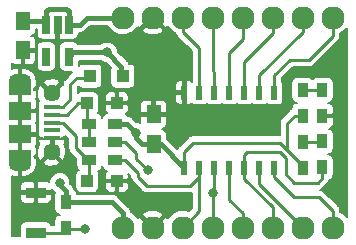
<source format=gtl>
G04 #@! TF.GenerationSoftware,KiCad,Pcbnew,(5.0.0)*
G04 #@! TF.CreationDate,2018-08-19T14:30:57-03:00*
G04 #@! TF.ProjectId,franzininho-tiny841,6672616E7A696E696E686F2D74696E79,rev?*
G04 #@! TF.SameCoordinates,Original*
G04 #@! TF.FileFunction,Copper,L1,Top,Signal*
G04 #@! TF.FilePolarity,Positive*
%FSLAX46Y46*%
G04 Gerber Fmt 4.6, Leading zero omitted, Abs format (unit mm)*
G04 Created by KiCad (PCBNEW (5.0.0)) date 08/19/18 14:30:57*
%MOMM*%
%LPD*%
G01*
G04 APERTURE LIST*
G04 #@! TA.AperFunction,SMDPad,CuDef*
%ADD10R,1.250000X1.500000*%
G04 #@! TD*
G04 #@! TA.AperFunction,SMDPad,CuDef*
%ADD11R,1.000000X1.000000*%
G04 #@! TD*
G04 #@! TA.AperFunction,SMDPad,CuDef*
%ADD12R,1.100000X1.100000*%
G04 #@! TD*
G04 #@! TA.AperFunction,SMDPad,CuDef*
%ADD13R,1.200000X0.900000*%
G04 #@! TD*
G04 #@! TA.AperFunction,SMDPad,CuDef*
%ADD14R,0.900000X1.200000*%
G04 #@! TD*
G04 #@! TA.AperFunction,SMDPad,CuDef*
%ADD15R,0.650000X1.560000*%
G04 #@! TD*
G04 #@! TA.AperFunction,SMDPad,CuDef*
%ADD16R,0.508000X1.143000*%
G04 #@! TD*
G04 #@! TA.AperFunction,SMDPad,CuDef*
%ADD17R,1.900000X1.500000*%
G04 #@! TD*
G04 #@! TA.AperFunction,ComponentPad*
%ADD18C,1.450000*%
G04 #@! TD*
G04 #@! TA.AperFunction,SMDPad,CuDef*
%ADD19R,1.350000X0.400000*%
G04 #@! TD*
G04 #@! TA.AperFunction,ComponentPad*
%ADD20O,1.900000X1.200000*%
G04 #@! TD*
G04 #@! TA.AperFunction,SMDPad,CuDef*
%ADD21R,1.900000X1.200000*%
G04 #@! TD*
G04 #@! TA.AperFunction,SMDPad,CuDef*
%ADD22R,1.700000X0.900000*%
G04 #@! TD*
G04 #@! TA.AperFunction,ComponentPad*
%ADD23C,1.960000*%
G04 #@! TD*
G04 #@! TA.AperFunction,ViaPad*
%ADD24C,0.800000*%
G04 #@! TD*
G04 #@! TA.AperFunction,Conductor*
%ADD25C,0.381000*%
G04 #@! TD*
G04 #@! TA.AperFunction,Conductor*
%ADD26C,0.254000*%
G04 #@! TD*
G04 #@! TA.AperFunction,Conductor*
%ADD27C,0.200000*%
G04 #@! TD*
G04 APERTURE END LIST*
D10*
G04 #@! TO.P,C1,2*
G04 #@! TO.N,GNDREF*
X182054500Y-106914000D03*
G04 #@! TO.P,C1,1*
G04 #@! TO.N,+BATT*
X182054500Y-104414000D03*
G04 #@! TD*
G04 #@! TO.P,C2,1*
G04 #@! TO.N,+5V*
X193103500Y-114831500D03*
G04 #@! TO.P,C2,2*
G04 #@! TO.N,GNDREF*
X193103500Y-112331500D03*
G04 #@! TD*
D11*
G04 #@! TO.P,D1,2*
G04 #@! TO.N,GNDREF*
X189992000Y-117983000D03*
G04 #@! TO.P,D1,1*
G04 #@! TO.N,Net-(D1-Pad1)*
X187492000Y-117983000D03*
G04 #@! TD*
G04 #@! TO.P,D2,1*
G04 #@! TO.N,Net-(D2-Pad1)*
X187492000Y-111379000D03*
G04 #@! TO.P,D2,2*
G04 #@! TO.N,GNDREF*
X189992000Y-111379000D03*
G04 #@! TD*
D12*
G04 #@! TO.P,D3,2*
G04 #@! TO.N,VBUS*
X187706000Y-109093000D03*
G04 #@! TO.P,D3,1*
G04 #@! TO.N,+5V*
X190506000Y-109093000D03*
G04 #@! TD*
D13*
G04 #@! TO.P,R1,1*
G04 #@! TO.N,Net-(D2-Pad1)*
X187665000Y-113157000D03*
G04 #@! TO.P,R1,2*
G04 #@! TO.N,+5V*
X189865000Y-113157000D03*
G04 #@! TD*
G04 #@! TO.P,R2,1*
G04 #@! TO.N,PB0*
X189865000Y-116205000D03*
G04 #@! TO.P,R2,2*
G04 #@! TO.N,Net-(D1-Pad1)*
X187665000Y-116205000D03*
G04 #@! TD*
G04 #@! TO.P,R3,2*
G04 #@! TO.N,Net-(D2-Pad1)*
X187665000Y-114681000D03*
G04 #@! TO.P,R3,1*
G04 #@! TO.N,PB1*
X189865000Y-114681000D03*
G04 #@! TD*
D14*
G04 #@! TO.P,R4,2*
G04 #@! TO.N,+5V*
X205740000Y-112458500D03*
G04 #@! TO.P,R4,1*
G04 #@! TO.N,Net-(D4-Pad2)*
X205740000Y-110258500D03*
G04 #@! TD*
G04 #@! TO.P,R5,2*
G04 #@! TO.N,+5V*
X205740000Y-116860500D03*
G04 #@! TO.P,R5,1*
G04 #@! TO.N,Net-(D5-Pad2)*
X205740000Y-114660500D03*
G04 #@! TD*
G04 #@! TO.P,R6,2*
G04 #@! TO.N,PB3*
X185674000Y-121920000D03*
G04 #@! TO.P,R6,1*
G04 #@! TO.N,+5V*
X185674000Y-119720000D03*
G04 #@! TD*
D15*
G04 #@! TO.P,U1,5*
G04 #@! TO.N,+5V*
X185928000Y-107442000D03*
G04 #@! TO.P,U1,4*
G04 #@! TO.N,Net-(U1-Pad4)*
X184028000Y-107442000D03*
G04 #@! TO.P,U1,3*
G04 #@! TO.N,+BATT*
X184028000Y-104742000D03*
G04 #@! TO.P,U1,2*
G04 #@! TO.N,GNDREF*
X184978000Y-104742000D03*
G04 #@! TO.P,U1,1*
G04 #@! TO.N,+BATT*
X185928000Y-104742000D03*
G04 #@! TD*
D16*
G04 #@! TO.P,U2,10*
G04 #@! TO.N,PA3*
X200787000Y-110490000D03*
G04 #@! TO.P,U2,14*
G04 #@! TO.N,GNDREF*
X195707000Y-110490000D03*
G04 #@! TO.P,U2,13*
G04 #@! TO.N,PA0*
X196977000Y-110490000D03*
G04 #@! TO.P,U2,12*
G04 #@! TO.N,PA1*
X198247000Y-110490000D03*
G04 #@! TO.P,U2,11*
G04 #@! TO.N,PA2*
X199517000Y-110490000D03*
G04 #@! TO.P,U2,9*
G04 #@! TO.N,PA4*
X202057000Y-110490000D03*
G04 #@! TO.P,U2,8*
G04 #@! TO.N,PA5*
X203327000Y-110490000D03*
G04 #@! TO.P,U2,7*
G04 #@! TO.N,PA6*
X203327000Y-116840000D03*
G04 #@! TO.P,U2,6*
G04 #@! TO.N,PA7*
X202057000Y-116840000D03*
G04 #@! TO.P,U2,5*
G04 #@! TO.N,PB2*
X200787000Y-116840000D03*
G04 #@! TO.P,U2,4*
G04 #@! TO.N,PB3*
X199517000Y-116840000D03*
G04 #@! TO.P,U2,3*
G04 #@! TO.N,PB1*
X198247000Y-116840000D03*
G04 #@! TO.P,U2,2*
G04 #@! TO.N,PB0*
X196977000Y-116840000D03*
G04 #@! TO.P,U2,1*
G04 #@! TO.N,+5V*
X195707000Y-116840000D03*
G04 #@! TD*
D17*
G04 #@! TO.P,J1,6*
G04 #@! TO.N,GNDREF*
X181769500Y-114030000D03*
D18*
X184469500Y-110530000D03*
D19*
G04 #@! TO.P,J1,2*
G04 #@! TO.N,Net-(D2-Pad1)*
X184469500Y-112380000D03*
G04 #@! TO.P,J1,1*
G04 #@! TO.N,VBUS*
X184469500Y-111730000D03*
G04 #@! TO.P,J1,5*
G04 #@! TO.N,GNDREF*
X184469500Y-114330000D03*
G04 #@! TO.P,J1,4*
G04 #@! TO.N,Net-(J1-Pad4)*
X184469500Y-113680000D03*
G04 #@! TO.P,J1,3*
G04 #@! TO.N,Net-(D1-Pad1)*
X184469500Y-113030000D03*
D18*
G04 #@! TO.P,J1,6*
G04 #@! TO.N,GNDREF*
X184469500Y-115530000D03*
D17*
X181769500Y-112030000D03*
D20*
X181769500Y-109530000D03*
X181769500Y-116530000D03*
D21*
X181769500Y-115930000D03*
X181769500Y-110130000D03*
G04 #@! TD*
D22*
G04 #@! TO.P,SW1,1*
G04 #@! TO.N,GNDREF*
X183134000Y-118950000D03*
G04 #@! TO.P,SW1,2*
G04 #@! TO.N,PB3*
X183134000Y-122350000D03*
G04 #@! TD*
D14*
G04 #@! TO.P,D4,1*
G04 #@! TO.N,GNDREF*
X207391000Y-112458500D03*
G04 #@! TO.P,D4,2*
G04 #@! TO.N,Net-(D4-Pad2)*
X207391000Y-110258500D03*
G04 #@! TD*
G04 #@! TO.P,D5,2*
G04 #@! TO.N,Net-(D5-Pad2)*
X207391000Y-114617500D03*
G04 #@! TO.P,D5,1*
G04 #@! TO.N,PB2*
X207391000Y-116817500D03*
G04 #@! TD*
D23*
G04 #@! TO.P,J2,8*
G04 #@! TO.N,PA5*
X208280000Y-104140000D03*
G04 #@! TO.P,J2,7*
G04 #@! TO.N,PA4*
X205740000Y-104140000D03*
G04 #@! TO.P,J2,6*
G04 #@! TO.N,PA3*
X203200000Y-104140000D03*
G04 #@! TO.P,J2,5*
G04 #@! TO.N,PA2*
X200660000Y-104140000D03*
G04 #@! TO.P,J2,4*
G04 #@! TO.N,PA1*
X198120000Y-104140000D03*
G04 #@! TO.P,J2,3*
G04 #@! TO.N,PA0*
X195580000Y-104140000D03*
G04 #@! TO.P,J2,2*
G04 #@! TO.N,GNDREF*
X193040000Y-104140000D03*
G04 #@! TO.P,J2,1*
G04 #@! TO.N,+BATT*
X190500000Y-104140000D03*
G04 #@! TD*
G04 #@! TO.P,J3,1*
G04 #@! TO.N,+5V*
X190500000Y-121920000D03*
G04 #@! TO.P,J3,2*
G04 #@! TO.N,GNDREF*
X193040000Y-121920000D03*
G04 #@! TO.P,J3,3*
G04 #@! TO.N,PB0*
X195580000Y-121920000D03*
G04 #@! TO.P,J3,4*
G04 #@! TO.N,PB1*
X198120000Y-121920000D03*
G04 #@! TO.P,J3,5*
G04 #@! TO.N,PB3*
X200660000Y-121920000D03*
G04 #@! TO.P,J3,6*
G04 #@! TO.N,PB2*
X203200000Y-121920000D03*
G04 #@! TO.P,J3,7*
G04 #@! TO.N,PA7*
X205740000Y-121920000D03*
G04 #@! TO.P,J3,8*
G04 #@! TO.N,PA6*
X208280000Y-121920000D03*
G04 #@! TD*
D24*
G04 #@! TO.N,+5V*
X185166000Y-118110000D03*
X191579500Y-113890500D03*
X189178000Y-107094000D03*
G04 #@! TO.N,PB3*
X187325000Y-122047000D03*
G04 #@! TO.N,PB1*
X192659000Y-117030500D03*
X198120000Y-118999000D03*
G04 #@! TD*
D25*
G04 #@! TO.N,GNDREF*
X184469500Y-114330000D02*
X184469500Y-115530000D01*
G04 #@! TO.N,+BATT*
X182074500Y-104394000D02*
X182054500Y-104414000D01*
X190500000Y-104140000D02*
X187452000Y-104140000D01*
X186850000Y-104742000D02*
X185928000Y-104742000D01*
X187452000Y-104140000D02*
X186850000Y-104742000D01*
X185928000Y-103581000D02*
X185725000Y-103378000D01*
X185928000Y-104742000D02*
X185928000Y-103581000D01*
X184028000Y-103581000D02*
X184028000Y-104742000D01*
X184231000Y-103378000D02*
X184028000Y-103581000D01*
X185725000Y-103378000D02*
X184231000Y-103378000D01*
X183700000Y-104414000D02*
X184028000Y-104742000D01*
X182054500Y-104414000D02*
X183700000Y-104414000D01*
D26*
G04 #@! TO.N,+5V*
X189865000Y-113157000D02*
X190015000Y-113157000D01*
X190015000Y-113157000D02*
X190078500Y-113220500D01*
D25*
X190846000Y-113157000D02*
X189865000Y-113157000D01*
X192097500Y-114831500D02*
X191579500Y-114313500D01*
X193103500Y-114831500D02*
X192097500Y-114831500D01*
X191579500Y-113890500D02*
X190846000Y-113157000D01*
X191579500Y-114313500D02*
X191579500Y-113890500D01*
X193698500Y-114831500D02*
X195707000Y-116840000D01*
X193103500Y-114831500D02*
X193698500Y-114831500D01*
D26*
X205036000Y-112458500D02*
X204406500Y-113088000D01*
X205740000Y-112458500D02*
X205036000Y-112458500D01*
X205740000Y-116710500D02*
X205740000Y-116860500D01*
X204406500Y-115377000D02*
X205740000Y-116710500D01*
X204406500Y-113088000D02*
X204406500Y-115377000D01*
X204406500Y-115377000D02*
X204404000Y-115377000D01*
X204404000Y-115377000D02*
X203771500Y-114744500D01*
X203771500Y-114744500D02*
X196469000Y-114744500D01*
X195707000Y-115506500D02*
X195707000Y-116840000D01*
X196469000Y-114744500D02*
X195707000Y-115506500D01*
D25*
X190373000Y-108289000D02*
X190373000Y-109220000D01*
X189178000Y-107094000D02*
X190373000Y-108289000D01*
X186505000Y-119761000D02*
X185674000Y-119761000D01*
X189572000Y-119761000D02*
X186505000Y-119761000D01*
X190500000Y-120689000D02*
X189572000Y-119761000D01*
X190500000Y-121920000D02*
X190500000Y-120689000D01*
X185674000Y-118780000D02*
X185166000Y-118272000D01*
X185674000Y-119761000D02*
X185674000Y-118780000D01*
X185166000Y-118272000D02*
X185166000Y-118110000D01*
X186276000Y-107094000D02*
X185928000Y-107442000D01*
X189178000Y-107094000D02*
X186276000Y-107094000D01*
D26*
G04 #@! TO.N,Net-(D1-Pad1)*
X185398500Y-113030000D02*
X186499500Y-114131000D01*
X184469500Y-113030000D02*
X185398500Y-113030000D01*
X187515000Y-116205000D02*
X187665000Y-116205000D01*
X186499500Y-115189500D02*
X187515000Y-116205000D01*
X186499500Y-114131000D02*
X186499500Y-115189500D01*
X187665000Y-117810000D02*
X187492000Y-117983000D01*
X187665000Y-116205000D02*
X187665000Y-117810000D01*
G04 #@! TO.N,Net-(D2-Pad1)*
X185398500Y-112380000D02*
X184469500Y-112380000D01*
X185737000Y-112380000D02*
X185398500Y-112380000D01*
X186738000Y-111379000D02*
X185737000Y-112380000D01*
X187492000Y-111379000D02*
X186738000Y-111379000D01*
X187492000Y-112984000D02*
X187665000Y-113157000D01*
X187492000Y-111379000D02*
X187492000Y-112984000D01*
X187665000Y-113157000D02*
X187665000Y-114681000D01*
G04 #@! TO.N,VBUS*
X185398500Y-111730000D02*
X186055000Y-111073500D01*
X184469500Y-111730000D02*
X185398500Y-111730000D01*
X186055000Y-111073500D02*
X186055000Y-109791500D01*
X186626500Y-109220000D02*
X187573000Y-109220000D01*
X186055000Y-109791500D02*
X186626500Y-109220000D01*
G04 #@! TO.N,Net-(D4-Pad2)*
X205740000Y-110258500D02*
X207391000Y-110258500D01*
G04 #@! TO.N,Net-(D5-Pad2)*
X207348000Y-114660500D02*
X207391000Y-114617500D01*
X205740000Y-114660500D02*
X207348000Y-114660500D01*
G04 #@! TO.N,PA0*
X196977000Y-109664500D02*
X196977000Y-110490000D01*
X196977000Y-106739081D02*
X196977000Y-109664500D01*
X195580000Y-105342081D02*
X196977000Y-106739081D01*
X195580000Y-104140000D02*
X195580000Y-105342081D01*
G04 #@! TO.N,PA1*
X198120000Y-104140000D02*
X198120000Y-108648500D01*
X198247000Y-108775500D02*
X198247000Y-110490000D01*
X198120000Y-108648500D02*
X198247000Y-108775500D01*
G04 #@! TO.N,PA2*
X200660000Y-104140000D02*
X200660000Y-105981500D01*
X199517000Y-107124500D02*
X199517000Y-110490000D01*
X200660000Y-105981500D02*
X199517000Y-107124500D01*
G04 #@! TO.N,PA3*
X203200000Y-104140000D02*
X203200000Y-105473500D01*
X200787000Y-107886500D02*
X200787000Y-110490000D01*
X203200000Y-105473500D02*
X200787000Y-107886500D01*
G04 #@! TO.N,PA4*
X202057000Y-109664500D02*
X202057000Y-110490000D01*
X202057000Y-109025081D02*
X202057000Y-109664500D01*
X205740000Y-105342081D02*
X202057000Y-109025081D01*
X205740000Y-104140000D02*
X205740000Y-105342081D01*
G04 #@! TO.N,PA5*
X208280000Y-104140000D02*
X208280000Y-105664000D01*
X208280000Y-105664000D02*
X206248000Y-107696000D01*
X206248000Y-107696000D02*
X204660500Y-107696000D01*
X203327000Y-109029500D02*
X203327000Y-110490000D01*
X204660500Y-107696000D02*
X203327000Y-109029500D01*
G04 #@! TO.N,PB0*
X195580000Y-121920000D02*
X196977000Y-120523000D01*
X190719000Y-116205000D02*
X191770000Y-117256000D01*
X189865000Y-116205000D02*
X190719000Y-116205000D01*
X191770000Y-117256000D02*
X191770000Y-117602000D01*
X191770000Y-117602000D02*
X192532000Y-118364000D01*
X196215000Y-118364000D02*
X196977000Y-117602000D01*
X192532000Y-118364000D02*
X196215000Y-118364000D01*
X196977000Y-120523000D02*
X196977000Y-117602000D01*
X196977000Y-117602000D02*
X196977000Y-116840000D01*
G04 #@! TO.N,PB3*
X199517000Y-117665500D02*
X199517000Y-116840000D01*
X199517000Y-119574919D02*
X199517000Y-117665500D01*
X200660000Y-120717919D02*
X199517000Y-119574919D01*
X200660000Y-121920000D02*
X200660000Y-120717919D01*
X185285000Y-122350000D02*
X185674000Y-121961000D01*
X182880000Y-122350000D02*
X185285000Y-122350000D01*
X185760000Y-122047000D02*
X185674000Y-121961000D01*
X187325000Y-122047000D02*
X185760000Y-122047000D01*
G04 #@! TO.N,PA6*
X203327000Y-117665500D02*
X204978000Y-119316500D01*
X203327000Y-116840000D02*
X203327000Y-117665500D01*
X204978000Y-119316500D02*
X207073500Y-119316500D01*
X208280000Y-120523000D02*
X208280000Y-121920000D01*
X207073500Y-119316500D02*
X208280000Y-120523000D01*
G04 #@! TO.N,PA7*
X202057000Y-118237000D02*
X205740000Y-121920000D01*
X202057000Y-116840000D02*
X202057000Y-118237000D01*
G04 #@! TO.N,PB2*
X203200000Y-121920000D02*
X203200000Y-120205500D01*
X200787000Y-117792500D02*
X200787000Y-116840000D01*
X203200000Y-120205500D02*
X200787000Y-117792500D01*
X207391000Y-117729000D02*
X207391000Y-116817500D01*
X204978000Y-118110000D02*
X207010000Y-118110000D01*
X207010000Y-118110000D02*
X207391000Y-117729000D01*
X200787000Y-115760500D02*
X201041000Y-115506500D01*
X200787000Y-116840000D02*
X200787000Y-115760500D01*
X201041000Y-115506500D02*
X203771500Y-115506500D01*
X203771500Y-115506500D02*
X204279500Y-116014500D01*
X204279500Y-116014500D02*
X204279500Y-117411500D01*
X204279500Y-117411500D02*
X204978000Y-118110000D01*
G04 #@! TO.N,PB1*
X198120000Y-121920000D02*
X198120000Y-118999000D01*
X198247000Y-118872000D02*
X198247000Y-116840000D01*
X198120000Y-118999000D02*
X198247000Y-118872000D01*
X190719000Y-114681000D02*
X191643000Y-115605000D01*
X189865000Y-114681000D02*
X190719000Y-114681000D01*
X191643000Y-115605000D02*
X191643000Y-116078000D01*
X191643000Y-116078000D02*
X192595500Y-117030500D01*
X192595500Y-117030500D02*
X192659000Y-117030500D01*
G04 #@! TD*
D27*
G04 #@! TO.N,GNDREF*
G36*
X193195564Y-104125858D02*
X193181421Y-104140000D01*
X194086785Y-105045364D01*
X194312023Y-104946258D01*
X194325317Y-104978353D01*
X194741647Y-105394683D01*
X194969995Y-105489268D01*
X194989380Y-105586723D01*
X195091878Y-105740121D01*
X195127960Y-105794122D01*
X195180307Y-105829099D01*
X196350000Y-106998793D01*
X196350001Y-109576756D01*
X196340533Y-109590926D01*
X196244227Y-109494620D01*
X196060456Y-109418500D01*
X195932000Y-109418500D01*
X195807000Y-109543500D01*
X195807000Y-110390000D01*
X195827000Y-110390000D01*
X195827000Y-110590000D01*
X195807000Y-110590000D01*
X195807000Y-111436500D01*
X195932000Y-111561500D01*
X196060456Y-111561500D01*
X196244227Y-111485380D01*
X196340533Y-111389074D01*
X196362520Y-111421980D01*
X196527910Y-111532489D01*
X196723000Y-111571295D01*
X197231000Y-111571295D01*
X197426090Y-111532489D01*
X197591480Y-111421980D01*
X197612000Y-111391269D01*
X197632520Y-111421980D01*
X197797910Y-111532489D01*
X197993000Y-111571295D01*
X198501000Y-111571295D01*
X198696090Y-111532489D01*
X198861480Y-111421980D01*
X198882000Y-111391269D01*
X198902520Y-111421980D01*
X199067910Y-111532489D01*
X199263000Y-111571295D01*
X199771000Y-111571295D01*
X199966090Y-111532489D01*
X200131480Y-111421980D01*
X200152000Y-111391269D01*
X200172520Y-111421980D01*
X200337910Y-111532489D01*
X200533000Y-111571295D01*
X201041000Y-111571295D01*
X201236090Y-111532489D01*
X201401480Y-111421980D01*
X201422000Y-111391269D01*
X201442520Y-111421980D01*
X201607910Y-111532489D01*
X201803000Y-111571295D01*
X202311000Y-111571295D01*
X202506090Y-111532489D01*
X202671480Y-111421980D01*
X202692000Y-111391269D01*
X202712520Y-111421980D01*
X202877910Y-111532489D01*
X203073000Y-111571295D01*
X203581000Y-111571295D01*
X203776090Y-111532489D01*
X203941480Y-111421980D01*
X204051989Y-111256590D01*
X204090795Y-111061500D01*
X204090795Y-109918500D01*
X204051989Y-109723410D01*
X203954000Y-109576758D01*
X203954000Y-109289211D01*
X204920211Y-108323000D01*
X206186254Y-108323000D01*
X206248000Y-108335282D01*
X206309746Y-108323000D01*
X206309750Y-108323000D01*
X206492643Y-108286620D01*
X206700041Y-108148041D01*
X206735020Y-108095691D01*
X208679693Y-106151019D01*
X208732041Y-106116041D01*
X208780679Y-106043250D01*
X208870620Y-105908643D01*
X208876164Y-105880773D01*
X208907000Y-105725750D01*
X208907000Y-105725746D01*
X208919282Y-105664000D01*
X208907000Y-105602254D01*
X208907000Y-105482228D01*
X209118353Y-105394683D01*
X209450000Y-105063036D01*
X209450000Y-120996964D01*
X209118353Y-120665317D01*
X208908282Y-120578303D01*
X208919282Y-120523000D01*
X208907000Y-120461254D01*
X208907000Y-120461250D01*
X208870620Y-120278357D01*
X208857567Y-120258822D01*
X208767020Y-120123308D01*
X208767019Y-120123307D01*
X208732041Y-120070959D01*
X208679693Y-120035981D01*
X207560520Y-118916809D01*
X207525541Y-118864459D01*
X207318143Y-118725880D01*
X207222898Y-118706934D01*
X207254643Y-118700620D01*
X207462041Y-118562041D01*
X207497021Y-118509690D01*
X207790691Y-118216020D01*
X207843041Y-118181041D01*
X207981620Y-117973643D01*
X207997012Y-117896262D01*
X208036090Y-117888489D01*
X208201480Y-117777980D01*
X208311989Y-117612590D01*
X208350795Y-117417500D01*
X208350795Y-116217500D01*
X208311989Y-116022410D01*
X208201480Y-115857020D01*
X208036090Y-115746511D01*
X207890243Y-115717500D01*
X208036090Y-115688489D01*
X208201480Y-115577980D01*
X208311989Y-115412590D01*
X208350795Y-115217500D01*
X208350795Y-114017500D01*
X208311989Y-113822410D01*
X208201480Y-113657020D01*
X208036090Y-113546511D01*
X207991036Y-113537549D01*
X208124227Y-113482379D01*
X208264880Y-113341727D01*
X208341000Y-113157956D01*
X208341000Y-112683500D01*
X208216000Y-112558500D01*
X207491000Y-112558500D01*
X207491000Y-112578500D01*
X207291000Y-112578500D01*
X207291000Y-112558500D01*
X207271000Y-112558500D01*
X207271000Y-112358500D01*
X207291000Y-112358500D01*
X207291000Y-112338500D01*
X207491000Y-112338500D01*
X207491000Y-112358500D01*
X208216000Y-112358500D01*
X208341000Y-112233500D01*
X208341000Y-111759044D01*
X208264880Y-111575273D01*
X208124227Y-111434621D01*
X207940456Y-111358500D01*
X207890243Y-111358500D01*
X208036090Y-111329489D01*
X208201480Y-111218980D01*
X208311989Y-111053590D01*
X208350795Y-110858500D01*
X208350795Y-109658500D01*
X208311989Y-109463410D01*
X208201480Y-109298020D01*
X208036090Y-109187511D01*
X207841000Y-109148705D01*
X206941000Y-109148705D01*
X206745910Y-109187511D01*
X206580520Y-109298020D01*
X206565500Y-109320499D01*
X206550480Y-109298020D01*
X206385090Y-109187511D01*
X206190000Y-109148705D01*
X205290000Y-109148705D01*
X205094910Y-109187511D01*
X204929520Y-109298020D01*
X204819011Y-109463410D01*
X204780205Y-109658500D01*
X204780205Y-110858500D01*
X204819011Y-111053590D01*
X204929520Y-111218980D01*
X205094910Y-111329489D01*
X205240757Y-111358500D01*
X205094910Y-111387511D01*
X204929520Y-111498020D01*
X204819011Y-111663410D01*
X204780205Y-111858500D01*
X204780205Y-111875332D01*
X204583959Y-112006459D01*
X204548981Y-112058807D01*
X204006809Y-112600980D01*
X203954459Y-112635959D01*
X203815880Y-112843358D01*
X203779500Y-113026251D01*
X203779500Y-113026254D01*
X203767218Y-113088000D01*
X203779500Y-113149746D01*
X203779500Y-114106809D01*
X203771500Y-114105218D01*
X203709754Y-114117500D01*
X196530746Y-114117500D01*
X196469000Y-114105218D01*
X196407254Y-114117500D01*
X196407250Y-114117500D01*
X196224357Y-114153880D01*
X196016959Y-114292459D01*
X195981979Y-114344810D01*
X195307310Y-115019479D01*
X195254959Y-115054459D01*
X195116380Y-115261858D01*
X195114554Y-115271039D01*
X194238295Y-114394781D01*
X194238295Y-114081500D01*
X194199489Y-113886410D01*
X194088980Y-113721020D01*
X193923590Y-113610511D01*
X193777743Y-113581500D01*
X193827956Y-113581500D01*
X194011727Y-113505379D01*
X194152380Y-113364727D01*
X194228500Y-113180956D01*
X194228500Y-112556500D01*
X194103500Y-112431500D01*
X193203500Y-112431500D01*
X193203500Y-112451500D01*
X193003500Y-112451500D01*
X193003500Y-112431500D01*
X192103500Y-112431500D01*
X191978500Y-112556500D01*
X191978500Y-113081618D01*
X191758521Y-112990500D01*
X191656014Y-112990500D01*
X191382343Y-112716829D01*
X191343822Y-112659178D01*
X191115419Y-112506564D01*
X190914005Y-112466500D01*
X190914000Y-112466500D01*
X190904367Y-112464584D01*
X190825480Y-112346520D01*
X190765931Y-112306731D01*
X190775227Y-112302880D01*
X190915879Y-112162227D01*
X190992000Y-111978456D01*
X190992000Y-111604000D01*
X190870044Y-111482044D01*
X191978500Y-111482044D01*
X191978500Y-112106500D01*
X192103500Y-112231500D01*
X193003500Y-112231500D01*
X193003500Y-111206500D01*
X193203500Y-111206500D01*
X193203500Y-112231500D01*
X194103500Y-112231500D01*
X194228500Y-112106500D01*
X194228500Y-111482044D01*
X194152380Y-111298273D01*
X194011727Y-111157621D01*
X193827956Y-111081500D01*
X193328500Y-111081500D01*
X193203500Y-111206500D01*
X193003500Y-111206500D01*
X192878500Y-111081500D01*
X192379044Y-111081500D01*
X192195273Y-111157621D01*
X192054620Y-111298273D01*
X191978500Y-111482044D01*
X190870044Y-111482044D01*
X190867000Y-111479000D01*
X190092000Y-111479000D01*
X190092000Y-111499000D01*
X189892000Y-111499000D01*
X189892000Y-111479000D01*
X189117000Y-111479000D01*
X188992000Y-111604000D01*
X188992000Y-111978456D01*
X189068121Y-112162227D01*
X189129960Y-112224066D01*
X189069910Y-112236011D01*
X188904520Y-112346520D01*
X188794011Y-112511910D01*
X188765000Y-112657757D01*
X188735989Y-112511910D01*
X188625480Y-112346520D01*
X188460090Y-112236011D01*
X188367150Y-112217524D01*
X188462989Y-112074090D01*
X188501795Y-111879000D01*
X188501795Y-110879000D01*
X188482012Y-110779544D01*
X188992000Y-110779544D01*
X188992000Y-111154000D01*
X189117000Y-111279000D01*
X189892000Y-111279000D01*
X189892000Y-110504000D01*
X190092000Y-110504000D01*
X190092000Y-111279000D01*
X190867000Y-111279000D01*
X190992000Y-111154000D01*
X190992000Y-110779544D01*
X190965265Y-110715000D01*
X194953000Y-110715000D01*
X194953000Y-111160956D01*
X195029121Y-111344727D01*
X195169773Y-111485380D01*
X195353544Y-111561500D01*
X195482000Y-111561500D01*
X195607000Y-111436500D01*
X195607000Y-110590000D01*
X195078000Y-110590000D01*
X194953000Y-110715000D01*
X190965265Y-110715000D01*
X190915879Y-110595773D01*
X190775227Y-110455120D01*
X190591456Y-110379000D01*
X190217000Y-110379000D01*
X190092000Y-110504000D01*
X189892000Y-110504000D01*
X189767000Y-110379000D01*
X189392544Y-110379000D01*
X189208773Y-110455120D01*
X189068121Y-110595773D01*
X188992000Y-110779544D01*
X188482012Y-110779544D01*
X188462989Y-110683910D01*
X188352480Y-110518520D01*
X188187090Y-110408011D01*
X187992000Y-110369205D01*
X186992000Y-110369205D01*
X186796910Y-110408011D01*
X186682000Y-110484791D01*
X186682000Y-110051211D01*
X186769169Y-109964043D01*
X186795520Y-110003480D01*
X186960910Y-110113989D01*
X187156000Y-110152795D01*
X188256000Y-110152795D01*
X188451090Y-110113989D01*
X188616480Y-110003480D01*
X188726989Y-109838090D01*
X188765795Y-109643000D01*
X188765795Y-108543000D01*
X188726989Y-108347910D01*
X188616480Y-108182520D01*
X188451090Y-108072011D01*
X188256000Y-108033205D01*
X187156000Y-108033205D01*
X186960910Y-108072011D01*
X186795520Y-108182520D01*
X186760105Y-108235523D01*
X186762795Y-108222000D01*
X186762795Y-107784500D01*
X188595708Y-107784500D01*
X188668191Y-107856983D01*
X188998979Y-107994000D01*
X189101486Y-107994000D01*
X189480098Y-108372612D01*
X189446205Y-108543000D01*
X189446205Y-109643000D01*
X189485011Y-109838090D01*
X189595520Y-110003480D01*
X189760910Y-110113989D01*
X189956000Y-110152795D01*
X191056000Y-110152795D01*
X191251090Y-110113989D01*
X191416480Y-110003480D01*
X191526989Y-109838090D01*
X191530777Y-109819044D01*
X194953000Y-109819044D01*
X194953000Y-110265000D01*
X195078000Y-110390000D01*
X195607000Y-110390000D01*
X195607000Y-109543500D01*
X195482000Y-109418500D01*
X195353544Y-109418500D01*
X195169773Y-109494620D01*
X195029121Y-109635273D01*
X194953000Y-109819044D01*
X191530777Y-109819044D01*
X191565795Y-109643000D01*
X191565795Y-108543000D01*
X191526989Y-108347910D01*
X191416480Y-108182520D01*
X191251090Y-108072011D01*
X191056000Y-108033205D01*
X191026146Y-108033205D01*
X191023436Y-108019581D01*
X190914791Y-107856983D01*
X190909343Y-107848829D01*
X190909341Y-107848827D01*
X190870821Y-107791178D01*
X190813173Y-107752659D01*
X190078000Y-107017486D01*
X190078000Y-106914979D01*
X189940983Y-106584191D01*
X189687809Y-106331017D01*
X189357021Y-106194000D01*
X188998979Y-106194000D01*
X188668191Y-106331017D01*
X188595708Y-106403500D01*
X186681620Y-106403500D01*
X186613480Y-106301520D01*
X186448090Y-106191011D01*
X186253000Y-106152205D01*
X185603000Y-106152205D01*
X185407910Y-106191011D01*
X185242520Y-106301520D01*
X185132011Y-106466910D01*
X185093205Y-106662000D01*
X185093205Y-108222000D01*
X185132011Y-108417090D01*
X185242520Y-108582480D01*
X185407910Y-108692989D01*
X185603000Y-108731795D01*
X186228582Y-108731795D01*
X186174459Y-108767959D01*
X186139481Y-108820307D01*
X185655307Y-109304482D01*
X185602960Y-109339459D01*
X185567982Y-109391807D01*
X185567981Y-109391808D01*
X185464380Y-109546858D01*
X185415718Y-109791500D01*
X185425630Y-109841329D01*
X185331846Y-109809075D01*
X184610921Y-110530000D01*
X184625064Y-110544143D01*
X184483643Y-110685564D01*
X184469500Y-110671421D01*
X184455358Y-110685564D01*
X184313937Y-110544143D01*
X184328079Y-110530000D01*
X183607154Y-109809075D01*
X183403504Y-109879115D01*
X183235565Y-110336600D01*
X183255482Y-110823528D01*
X183403504Y-111180885D01*
X183422143Y-111187295D01*
X183323511Y-111334910D01*
X183284705Y-111530000D01*
X183284705Y-111930000D01*
X183309569Y-112055000D01*
X183284705Y-112180000D01*
X183284705Y-112580000D01*
X183309569Y-112705000D01*
X183284705Y-112830000D01*
X183284705Y-113230000D01*
X183309569Y-113355000D01*
X183284705Y-113480000D01*
X183284705Y-113880000D01*
X183308113Y-113997679D01*
X183294500Y-114030544D01*
X183294500Y-114105000D01*
X183419500Y-114230000D01*
X183427018Y-114230000D01*
X183434020Y-114240480D01*
X183599410Y-114350989D01*
X183794500Y-114389795D01*
X183997772Y-114389795D01*
X183900708Y-114430000D01*
X183419500Y-114430000D01*
X183294500Y-114555000D01*
X183294500Y-114629456D01*
X183370620Y-114813227D01*
X183428062Y-114870669D01*
X183403504Y-114879115D01*
X183235565Y-115336600D01*
X183255482Y-115823528D01*
X183403504Y-116180885D01*
X183607154Y-116250925D01*
X184328079Y-115530000D01*
X184313937Y-115515858D01*
X184455358Y-115374437D01*
X184469500Y-115388579D01*
X184483643Y-115374437D01*
X184625064Y-115515858D01*
X184610921Y-115530000D01*
X185331846Y-116250925D01*
X185535496Y-116180885D01*
X185703435Y-115723400D01*
X185683518Y-115236472D01*
X185535496Y-114879115D01*
X185510938Y-114870669D01*
X185568380Y-114813227D01*
X185644500Y-114629456D01*
X185644500Y-114555000D01*
X185519500Y-114430000D01*
X185027754Y-114430000D01*
X184918231Y-114389795D01*
X185144500Y-114389795D01*
X185339590Y-114350989D01*
X185504980Y-114240480D01*
X185511982Y-114230000D01*
X185519500Y-114230000D01*
X185615644Y-114133856D01*
X185872500Y-114390712D01*
X185872501Y-115127749D01*
X185860218Y-115189500D01*
X185908880Y-115434142D01*
X186007342Y-115581500D01*
X186047460Y-115641541D01*
X186099807Y-115676518D01*
X186555205Y-116131916D01*
X186555205Y-116655000D01*
X186594011Y-116850090D01*
X186704520Y-117015480D01*
X186748119Y-117044612D01*
X186631520Y-117122520D01*
X186521011Y-117287910D01*
X186482205Y-117483000D01*
X186482205Y-118483000D01*
X186521011Y-118678090D01*
X186631520Y-118843480D01*
X186796910Y-118953989D01*
X186992000Y-118992795D01*
X187992000Y-118992795D01*
X188187090Y-118953989D01*
X188352480Y-118843480D01*
X188462989Y-118678090D01*
X188501795Y-118483000D01*
X188501795Y-118208000D01*
X188992000Y-118208000D01*
X188992000Y-118582456D01*
X189068121Y-118766227D01*
X189208773Y-118906880D01*
X189392544Y-118983000D01*
X189767000Y-118983000D01*
X189892000Y-118858000D01*
X189892000Y-118083000D01*
X190092000Y-118083000D01*
X190092000Y-118858000D01*
X190217000Y-118983000D01*
X190591456Y-118983000D01*
X190775227Y-118906880D01*
X190915879Y-118766227D01*
X190992000Y-118582456D01*
X190992000Y-118208000D01*
X190867000Y-118083000D01*
X190092000Y-118083000D01*
X189892000Y-118083000D01*
X189117000Y-118083000D01*
X188992000Y-118208000D01*
X188501795Y-118208000D01*
X188501795Y-117483000D01*
X188462989Y-117287910D01*
X188367150Y-117144476D01*
X188460090Y-117125989D01*
X188625480Y-117015480D01*
X188735989Y-116850090D01*
X188765000Y-116704243D01*
X188794011Y-116850090D01*
X188904520Y-117015480D01*
X189069910Y-117125989D01*
X189129960Y-117137934D01*
X189068121Y-117199773D01*
X188992000Y-117383544D01*
X188992000Y-117758000D01*
X189117000Y-117883000D01*
X189892000Y-117883000D01*
X189892000Y-117863000D01*
X190092000Y-117863000D01*
X190092000Y-117883000D01*
X190867000Y-117883000D01*
X190992000Y-117758000D01*
X190992000Y-117383544D01*
X190978683Y-117351395D01*
X191143000Y-117515712D01*
X191143000Y-117540254D01*
X191130718Y-117602000D01*
X191143000Y-117663746D01*
X191143000Y-117663750D01*
X191179380Y-117846643D01*
X191235412Y-117930500D01*
X191281851Y-118000000D01*
X191317960Y-118054041D01*
X191370308Y-118089019D01*
X192044979Y-118763690D01*
X192079959Y-118816041D01*
X192287357Y-118954620D01*
X192470250Y-118991000D01*
X192470254Y-118991000D01*
X192532000Y-119003282D01*
X192593746Y-118991000D01*
X196153254Y-118991000D01*
X196215000Y-119003282D01*
X196276746Y-118991000D01*
X196276750Y-118991000D01*
X196350001Y-118976429D01*
X196350000Y-120263288D01*
X196085743Y-120527545D01*
X195874390Y-120440000D01*
X195285610Y-120440000D01*
X194741647Y-120665317D01*
X194325317Y-121081647D01*
X194312023Y-121113742D01*
X194086785Y-121014636D01*
X193181421Y-121920000D01*
X193195564Y-121934143D01*
X193054143Y-122075564D01*
X193040000Y-122061421D01*
X193025858Y-122075564D01*
X192884437Y-121934143D01*
X192898579Y-121920000D01*
X191993215Y-121014636D01*
X191767977Y-121113742D01*
X191754683Y-121081647D01*
X191546251Y-120873215D01*
X192134636Y-120873215D01*
X193040000Y-121778579D01*
X193945364Y-120873215D01*
X193844113Y-120643102D01*
X193294256Y-120432580D01*
X192705691Y-120448503D01*
X192235887Y-120643102D01*
X192134636Y-120873215D01*
X191546251Y-120873215D01*
X191338353Y-120665317D01*
X191186832Y-120602555D01*
X191150436Y-120419581D01*
X190997822Y-120191178D01*
X190940171Y-120152657D01*
X190108343Y-119320829D01*
X190069822Y-119263178D01*
X189841419Y-119110564D01*
X189640005Y-119070500D01*
X189640000Y-119070500D01*
X189572000Y-119056974D01*
X189504000Y-119070500D01*
X186623949Y-119070500D01*
X186594989Y-118924910D01*
X186484480Y-118759520D01*
X186357012Y-118674349D01*
X186324436Y-118510581D01*
X186297334Y-118470019D01*
X186239269Y-118383120D01*
X186171822Y-118282178D01*
X186114171Y-118243657D01*
X186066000Y-118195486D01*
X186066000Y-117930979D01*
X185928983Y-117600191D01*
X185675809Y-117347017D01*
X185345021Y-117210000D01*
X184986979Y-117210000D01*
X184656191Y-117347017D01*
X184403017Y-117600191D01*
X184266000Y-117930979D01*
X184266000Y-118075613D01*
X184083456Y-118000000D01*
X183359000Y-118000000D01*
X183234000Y-118125000D01*
X183234000Y-118850000D01*
X184359000Y-118850000D01*
X184484000Y-118725000D01*
X184484000Y-118700792D01*
X184656191Y-118872983D01*
X184759198Y-118915650D01*
X184753011Y-118924910D01*
X184714205Y-119120000D01*
X184714205Y-120320000D01*
X184753011Y-120515090D01*
X184863520Y-120680480D01*
X185028910Y-120790989D01*
X185174757Y-120820000D01*
X185028910Y-120849011D01*
X184863520Y-120959520D01*
X184753011Y-121124910D01*
X184714205Y-121320000D01*
X184714205Y-121723000D01*
X184458587Y-121723000D01*
X184454989Y-121704910D01*
X184344480Y-121539520D01*
X184179090Y-121429011D01*
X183984000Y-121390205D01*
X182284000Y-121390205D01*
X182088910Y-121429011D01*
X181923520Y-121539520D01*
X181813011Y-121704910D01*
X181774205Y-121900000D01*
X181774205Y-122590000D01*
X181075000Y-122590000D01*
X181075000Y-119175000D01*
X181784000Y-119175000D01*
X181784000Y-119499456D01*
X181860120Y-119683227D01*
X182000773Y-119823879D01*
X182184544Y-119900000D01*
X182909000Y-119900000D01*
X183034000Y-119775000D01*
X183034000Y-119050000D01*
X183234000Y-119050000D01*
X183234000Y-119775000D01*
X183359000Y-119900000D01*
X184083456Y-119900000D01*
X184267227Y-119823879D01*
X184407880Y-119683227D01*
X184484000Y-119499456D01*
X184484000Y-119175000D01*
X184359000Y-119050000D01*
X183234000Y-119050000D01*
X183034000Y-119050000D01*
X181909000Y-119050000D01*
X181784000Y-119175000D01*
X181075000Y-119175000D01*
X181075000Y-118400544D01*
X181784000Y-118400544D01*
X181784000Y-118725000D01*
X181909000Y-118850000D01*
X183034000Y-118850000D01*
X183034000Y-118125000D01*
X182909000Y-118000000D01*
X182184544Y-118000000D01*
X182000773Y-118076121D01*
X181860120Y-118216773D01*
X181784000Y-118400544D01*
X181075000Y-118400544D01*
X181075000Y-117557834D01*
X181319500Y-117630000D01*
X181669500Y-117630000D01*
X181669500Y-114130000D01*
X181869500Y-114130000D01*
X181869500Y-117630000D01*
X182219500Y-117630000D01*
X182632840Y-117507999D01*
X182968028Y-117237107D01*
X183174036Y-116858564D01*
X183185815Y-116800134D01*
X183164428Y-116762412D01*
X183219500Y-116629456D01*
X183219500Y-116392346D01*
X183748575Y-116392346D01*
X183818615Y-116595996D01*
X184276100Y-116763935D01*
X184763028Y-116744018D01*
X185120385Y-116595996D01*
X185190425Y-116392346D01*
X184469500Y-115671421D01*
X183748575Y-116392346D01*
X183219500Y-116392346D01*
X183219500Y-116155000D01*
X183094500Y-116030000D01*
X183080738Y-116030000D01*
X182971896Y-115830000D01*
X183094500Y-115830000D01*
X183219500Y-115705000D01*
X183219500Y-115230544D01*
X183146788Y-115055000D01*
X183219500Y-114879456D01*
X183219500Y-114255000D01*
X183094500Y-114130000D01*
X181869500Y-114130000D01*
X181669500Y-114130000D01*
X181649500Y-114130000D01*
X181649500Y-113930000D01*
X181669500Y-113930000D01*
X181669500Y-112130000D01*
X181869500Y-112130000D01*
X181869500Y-113930000D01*
X183094500Y-113930000D01*
X183219500Y-113805000D01*
X183219500Y-113180544D01*
X183157143Y-113030000D01*
X183219500Y-112879456D01*
X183219500Y-112255000D01*
X183094500Y-112130000D01*
X181869500Y-112130000D01*
X181669500Y-112130000D01*
X181649500Y-112130000D01*
X181649500Y-111930000D01*
X181669500Y-111930000D01*
X181669500Y-108430000D01*
X181869500Y-108430000D01*
X181869500Y-111930000D01*
X183094500Y-111930000D01*
X183219500Y-111805000D01*
X183219500Y-111180544D01*
X183146788Y-111005000D01*
X183219500Y-110829456D01*
X183219500Y-110355000D01*
X183094500Y-110230000D01*
X182971896Y-110230000D01*
X183080738Y-110030000D01*
X183094500Y-110030000D01*
X183219500Y-109905000D01*
X183219500Y-109667654D01*
X183748575Y-109667654D01*
X184469500Y-110388579D01*
X185190425Y-109667654D01*
X185120385Y-109464004D01*
X184662900Y-109296065D01*
X184175972Y-109315982D01*
X183818615Y-109464004D01*
X183748575Y-109667654D01*
X183219500Y-109667654D01*
X183219500Y-109430544D01*
X183164428Y-109297588D01*
X183185815Y-109259866D01*
X183174036Y-109201436D01*
X182968028Y-108822893D01*
X182632840Y-108552001D01*
X182219500Y-108430000D01*
X181869500Y-108430000D01*
X181669500Y-108430000D01*
X181319500Y-108430000D01*
X181075000Y-108502166D01*
X181075000Y-108016607D01*
X181146273Y-108087879D01*
X181330044Y-108164000D01*
X181829500Y-108164000D01*
X181954500Y-108039000D01*
X181954500Y-107014000D01*
X182154500Y-107014000D01*
X182154500Y-108039000D01*
X182279500Y-108164000D01*
X182778956Y-108164000D01*
X182962727Y-108087879D01*
X183103380Y-107947227D01*
X183179500Y-107763456D01*
X183179500Y-107139000D01*
X183054500Y-107014000D01*
X182154500Y-107014000D01*
X181954500Y-107014000D01*
X181934500Y-107014000D01*
X181934500Y-106814000D01*
X181954500Y-106814000D01*
X181954500Y-106794000D01*
X182154500Y-106794000D01*
X182154500Y-106814000D01*
X183054500Y-106814000D01*
X183179500Y-106689000D01*
X183179500Y-106662000D01*
X183193205Y-106662000D01*
X183193205Y-108222000D01*
X183232011Y-108417090D01*
X183342520Y-108582480D01*
X183507910Y-108692989D01*
X183703000Y-108731795D01*
X184353000Y-108731795D01*
X184548090Y-108692989D01*
X184713480Y-108582480D01*
X184823989Y-108417090D01*
X184862795Y-108222000D01*
X184862795Y-106662000D01*
X184823989Y-106466910D01*
X184713480Y-106301520D01*
X184548090Y-106191011D01*
X184353000Y-106152205D01*
X183703000Y-106152205D01*
X183507910Y-106191011D01*
X183342520Y-106301520D01*
X183232011Y-106466910D01*
X183193205Y-106662000D01*
X183179500Y-106662000D01*
X183179500Y-106064544D01*
X183103380Y-105880773D01*
X182962727Y-105740121D01*
X182778956Y-105664000D01*
X182728743Y-105664000D01*
X182874590Y-105634989D01*
X183039980Y-105524480D01*
X183150489Y-105359090D01*
X183189295Y-105164000D01*
X183189295Y-105104500D01*
X183193205Y-105104500D01*
X183193205Y-105522000D01*
X183232011Y-105717090D01*
X183342520Y-105882480D01*
X183507910Y-105992989D01*
X183703000Y-106031795D01*
X184353000Y-106031795D01*
X184504458Y-106001668D01*
X184553544Y-106022000D01*
X184753000Y-106022000D01*
X184878000Y-105897000D01*
X184878000Y-104842000D01*
X184862795Y-104842000D01*
X184862795Y-104642000D01*
X184878000Y-104642000D01*
X184878000Y-104622000D01*
X185078000Y-104622000D01*
X185078000Y-104642000D01*
X185093205Y-104642000D01*
X185093205Y-104842000D01*
X185078000Y-104842000D01*
X185078000Y-105897000D01*
X185203000Y-106022000D01*
X185402456Y-106022000D01*
X185451542Y-106001668D01*
X185603000Y-106031795D01*
X186253000Y-106031795D01*
X186448090Y-105992989D01*
X186613480Y-105882480D01*
X186723989Y-105717090D01*
X186762795Y-105522000D01*
X186762795Y-105432500D01*
X186782000Y-105432500D01*
X186850000Y-105446026D01*
X186918000Y-105432500D01*
X186918005Y-105432500D01*
X187119419Y-105392436D01*
X187347822Y-105239822D01*
X187386343Y-105182171D01*
X187738015Y-104830500D01*
X189184074Y-104830500D01*
X189245317Y-104978353D01*
X189661647Y-105394683D01*
X190205610Y-105620000D01*
X190794390Y-105620000D01*
X191338353Y-105394683D01*
X191546251Y-105186785D01*
X192134636Y-105186785D01*
X192235887Y-105416898D01*
X192785744Y-105627420D01*
X193374309Y-105611497D01*
X193844113Y-105416898D01*
X193945364Y-105186785D01*
X193040000Y-104281421D01*
X192134636Y-105186785D01*
X191546251Y-105186785D01*
X191754683Y-104978353D01*
X191767977Y-104946258D01*
X191993215Y-105045364D01*
X192898579Y-104140000D01*
X192884437Y-104125858D01*
X193025858Y-103984437D01*
X193040000Y-103998579D01*
X193054143Y-103984437D01*
X193195564Y-104125858D01*
X193195564Y-104125858D01*
G37*
X193195564Y-104125858D02*
X193181421Y-104140000D01*
X194086785Y-105045364D01*
X194312023Y-104946258D01*
X194325317Y-104978353D01*
X194741647Y-105394683D01*
X194969995Y-105489268D01*
X194989380Y-105586723D01*
X195091878Y-105740121D01*
X195127960Y-105794122D01*
X195180307Y-105829099D01*
X196350000Y-106998793D01*
X196350001Y-109576756D01*
X196340533Y-109590926D01*
X196244227Y-109494620D01*
X196060456Y-109418500D01*
X195932000Y-109418500D01*
X195807000Y-109543500D01*
X195807000Y-110390000D01*
X195827000Y-110390000D01*
X195827000Y-110590000D01*
X195807000Y-110590000D01*
X195807000Y-111436500D01*
X195932000Y-111561500D01*
X196060456Y-111561500D01*
X196244227Y-111485380D01*
X196340533Y-111389074D01*
X196362520Y-111421980D01*
X196527910Y-111532489D01*
X196723000Y-111571295D01*
X197231000Y-111571295D01*
X197426090Y-111532489D01*
X197591480Y-111421980D01*
X197612000Y-111391269D01*
X197632520Y-111421980D01*
X197797910Y-111532489D01*
X197993000Y-111571295D01*
X198501000Y-111571295D01*
X198696090Y-111532489D01*
X198861480Y-111421980D01*
X198882000Y-111391269D01*
X198902520Y-111421980D01*
X199067910Y-111532489D01*
X199263000Y-111571295D01*
X199771000Y-111571295D01*
X199966090Y-111532489D01*
X200131480Y-111421980D01*
X200152000Y-111391269D01*
X200172520Y-111421980D01*
X200337910Y-111532489D01*
X200533000Y-111571295D01*
X201041000Y-111571295D01*
X201236090Y-111532489D01*
X201401480Y-111421980D01*
X201422000Y-111391269D01*
X201442520Y-111421980D01*
X201607910Y-111532489D01*
X201803000Y-111571295D01*
X202311000Y-111571295D01*
X202506090Y-111532489D01*
X202671480Y-111421980D01*
X202692000Y-111391269D01*
X202712520Y-111421980D01*
X202877910Y-111532489D01*
X203073000Y-111571295D01*
X203581000Y-111571295D01*
X203776090Y-111532489D01*
X203941480Y-111421980D01*
X204051989Y-111256590D01*
X204090795Y-111061500D01*
X204090795Y-109918500D01*
X204051989Y-109723410D01*
X203954000Y-109576758D01*
X203954000Y-109289211D01*
X204920211Y-108323000D01*
X206186254Y-108323000D01*
X206248000Y-108335282D01*
X206309746Y-108323000D01*
X206309750Y-108323000D01*
X206492643Y-108286620D01*
X206700041Y-108148041D01*
X206735020Y-108095691D01*
X208679693Y-106151019D01*
X208732041Y-106116041D01*
X208780679Y-106043250D01*
X208870620Y-105908643D01*
X208876164Y-105880773D01*
X208907000Y-105725750D01*
X208907000Y-105725746D01*
X208919282Y-105664000D01*
X208907000Y-105602254D01*
X208907000Y-105482228D01*
X209118353Y-105394683D01*
X209450000Y-105063036D01*
X209450000Y-120996964D01*
X209118353Y-120665317D01*
X208908282Y-120578303D01*
X208919282Y-120523000D01*
X208907000Y-120461254D01*
X208907000Y-120461250D01*
X208870620Y-120278357D01*
X208857567Y-120258822D01*
X208767020Y-120123308D01*
X208767019Y-120123307D01*
X208732041Y-120070959D01*
X208679693Y-120035981D01*
X207560520Y-118916809D01*
X207525541Y-118864459D01*
X207318143Y-118725880D01*
X207222898Y-118706934D01*
X207254643Y-118700620D01*
X207462041Y-118562041D01*
X207497021Y-118509690D01*
X207790691Y-118216020D01*
X207843041Y-118181041D01*
X207981620Y-117973643D01*
X207997012Y-117896262D01*
X208036090Y-117888489D01*
X208201480Y-117777980D01*
X208311989Y-117612590D01*
X208350795Y-117417500D01*
X208350795Y-116217500D01*
X208311989Y-116022410D01*
X208201480Y-115857020D01*
X208036090Y-115746511D01*
X207890243Y-115717500D01*
X208036090Y-115688489D01*
X208201480Y-115577980D01*
X208311989Y-115412590D01*
X208350795Y-115217500D01*
X208350795Y-114017500D01*
X208311989Y-113822410D01*
X208201480Y-113657020D01*
X208036090Y-113546511D01*
X207991036Y-113537549D01*
X208124227Y-113482379D01*
X208264880Y-113341727D01*
X208341000Y-113157956D01*
X208341000Y-112683500D01*
X208216000Y-112558500D01*
X207491000Y-112558500D01*
X207491000Y-112578500D01*
X207291000Y-112578500D01*
X207291000Y-112558500D01*
X207271000Y-112558500D01*
X207271000Y-112358500D01*
X207291000Y-112358500D01*
X207291000Y-112338500D01*
X207491000Y-112338500D01*
X207491000Y-112358500D01*
X208216000Y-112358500D01*
X208341000Y-112233500D01*
X208341000Y-111759044D01*
X208264880Y-111575273D01*
X208124227Y-111434621D01*
X207940456Y-111358500D01*
X207890243Y-111358500D01*
X208036090Y-111329489D01*
X208201480Y-111218980D01*
X208311989Y-111053590D01*
X208350795Y-110858500D01*
X208350795Y-109658500D01*
X208311989Y-109463410D01*
X208201480Y-109298020D01*
X208036090Y-109187511D01*
X207841000Y-109148705D01*
X206941000Y-109148705D01*
X206745910Y-109187511D01*
X206580520Y-109298020D01*
X206565500Y-109320499D01*
X206550480Y-109298020D01*
X206385090Y-109187511D01*
X206190000Y-109148705D01*
X205290000Y-109148705D01*
X205094910Y-109187511D01*
X204929520Y-109298020D01*
X204819011Y-109463410D01*
X204780205Y-109658500D01*
X204780205Y-110858500D01*
X204819011Y-111053590D01*
X204929520Y-111218980D01*
X205094910Y-111329489D01*
X205240757Y-111358500D01*
X205094910Y-111387511D01*
X204929520Y-111498020D01*
X204819011Y-111663410D01*
X204780205Y-111858500D01*
X204780205Y-111875332D01*
X204583959Y-112006459D01*
X204548981Y-112058807D01*
X204006809Y-112600980D01*
X203954459Y-112635959D01*
X203815880Y-112843358D01*
X203779500Y-113026251D01*
X203779500Y-113026254D01*
X203767218Y-113088000D01*
X203779500Y-113149746D01*
X203779500Y-114106809D01*
X203771500Y-114105218D01*
X203709754Y-114117500D01*
X196530746Y-114117500D01*
X196469000Y-114105218D01*
X196407254Y-114117500D01*
X196407250Y-114117500D01*
X196224357Y-114153880D01*
X196016959Y-114292459D01*
X195981979Y-114344810D01*
X195307310Y-115019479D01*
X195254959Y-115054459D01*
X195116380Y-115261858D01*
X195114554Y-115271039D01*
X194238295Y-114394781D01*
X194238295Y-114081500D01*
X194199489Y-113886410D01*
X194088980Y-113721020D01*
X193923590Y-113610511D01*
X193777743Y-113581500D01*
X193827956Y-113581500D01*
X194011727Y-113505379D01*
X194152380Y-113364727D01*
X194228500Y-113180956D01*
X194228500Y-112556500D01*
X194103500Y-112431500D01*
X193203500Y-112431500D01*
X193203500Y-112451500D01*
X193003500Y-112451500D01*
X193003500Y-112431500D01*
X192103500Y-112431500D01*
X191978500Y-112556500D01*
X191978500Y-113081618D01*
X191758521Y-112990500D01*
X191656014Y-112990500D01*
X191382343Y-112716829D01*
X191343822Y-112659178D01*
X191115419Y-112506564D01*
X190914005Y-112466500D01*
X190914000Y-112466500D01*
X190904367Y-112464584D01*
X190825480Y-112346520D01*
X190765931Y-112306731D01*
X190775227Y-112302880D01*
X190915879Y-112162227D01*
X190992000Y-111978456D01*
X190992000Y-111604000D01*
X190870044Y-111482044D01*
X191978500Y-111482044D01*
X191978500Y-112106500D01*
X192103500Y-112231500D01*
X193003500Y-112231500D01*
X193003500Y-111206500D01*
X193203500Y-111206500D01*
X193203500Y-112231500D01*
X194103500Y-112231500D01*
X194228500Y-112106500D01*
X194228500Y-111482044D01*
X194152380Y-111298273D01*
X194011727Y-111157621D01*
X193827956Y-111081500D01*
X193328500Y-111081500D01*
X193203500Y-111206500D01*
X193003500Y-111206500D01*
X192878500Y-111081500D01*
X192379044Y-111081500D01*
X192195273Y-111157621D01*
X192054620Y-111298273D01*
X191978500Y-111482044D01*
X190870044Y-111482044D01*
X190867000Y-111479000D01*
X190092000Y-111479000D01*
X190092000Y-111499000D01*
X189892000Y-111499000D01*
X189892000Y-111479000D01*
X189117000Y-111479000D01*
X188992000Y-111604000D01*
X188992000Y-111978456D01*
X189068121Y-112162227D01*
X189129960Y-112224066D01*
X189069910Y-112236011D01*
X188904520Y-112346520D01*
X188794011Y-112511910D01*
X188765000Y-112657757D01*
X188735989Y-112511910D01*
X188625480Y-112346520D01*
X188460090Y-112236011D01*
X188367150Y-112217524D01*
X188462989Y-112074090D01*
X188501795Y-111879000D01*
X188501795Y-110879000D01*
X188482012Y-110779544D01*
X188992000Y-110779544D01*
X188992000Y-111154000D01*
X189117000Y-111279000D01*
X189892000Y-111279000D01*
X189892000Y-110504000D01*
X190092000Y-110504000D01*
X190092000Y-111279000D01*
X190867000Y-111279000D01*
X190992000Y-111154000D01*
X190992000Y-110779544D01*
X190965265Y-110715000D01*
X194953000Y-110715000D01*
X194953000Y-111160956D01*
X195029121Y-111344727D01*
X195169773Y-111485380D01*
X195353544Y-111561500D01*
X195482000Y-111561500D01*
X195607000Y-111436500D01*
X195607000Y-110590000D01*
X195078000Y-110590000D01*
X194953000Y-110715000D01*
X190965265Y-110715000D01*
X190915879Y-110595773D01*
X190775227Y-110455120D01*
X190591456Y-110379000D01*
X190217000Y-110379000D01*
X190092000Y-110504000D01*
X189892000Y-110504000D01*
X189767000Y-110379000D01*
X189392544Y-110379000D01*
X189208773Y-110455120D01*
X189068121Y-110595773D01*
X188992000Y-110779544D01*
X188482012Y-110779544D01*
X188462989Y-110683910D01*
X188352480Y-110518520D01*
X188187090Y-110408011D01*
X187992000Y-110369205D01*
X186992000Y-110369205D01*
X186796910Y-110408011D01*
X186682000Y-110484791D01*
X186682000Y-110051211D01*
X186769169Y-109964043D01*
X186795520Y-110003480D01*
X186960910Y-110113989D01*
X187156000Y-110152795D01*
X188256000Y-110152795D01*
X188451090Y-110113989D01*
X188616480Y-110003480D01*
X188726989Y-109838090D01*
X188765795Y-109643000D01*
X188765795Y-108543000D01*
X188726989Y-108347910D01*
X188616480Y-108182520D01*
X188451090Y-108072011D01*
X188256000Y-108033205D01*
X187156000Y-108033205D01*
X186960910Y-108072011D01*
X186795520Y-108182520D01*
X186760105Y-108235523D01*
X186762795Y-108222000D01*
X186762795Y-107784500D01*
X188595708Y-107784500D01*
X188668191Y-107856983D01*
X188998979Y-107994000D01*
X189101486Y-107994000D01*
X189480098Y-108372612D01*
X189446205Y-108543000D01*
X189446205Y-109643000D01*
X189485011Y-109838090D01*
X189595520Y-110003480D01*
X189760910Y-110113989D01*
X189956000Y-110152795D01*
X191056000Y-110152795D01*
X191251090Y-110113989D01*
X191416480Y-110003480D01*
X191526989Y-109838090D01*
X191530777Y-109819044D01*
X194953000Y-109819044D01*
X194953000Y-110265000D01*
X195078000Y-110390000D01*
X195607000Y-110390000D01*
X195607000Y-109543500D01*
X195482000Y-109418500D01*
X195353544Y-109418500D01*
X195169773Y-109494620D01*
X195029121Y-109635273D01*
X194953000Y-109819044D01*
X191530777Y-109819044D01*
X191565795Y-109643000D01*
X191565795Y-108543000D01*
X191526989Y-108347910D01*
X191416480Y-108182520D01*
X191251090Y-108072011D01*
X191056000Y-108033205D01*
X191026146Y-108033205D01*
X191023436Y-108019581D01*
X190914791Y-107856983D01*
X190909343Y-107848829D01*
X190909341Y-107848827D01*
X190870821Y-107791178D01*
X190813173Y-107752659D01*
X190078000Y-107017486D01*
X190078000Y-106914979D01*
X189940983Y-106584191D01*
X189687809Y-106331017D01*
X189357021Y-106194000D01*
X188998979Y-106194000D01*
X188668191Y-106331017D01*
X188595708Y-106403500D01*
X186681620Y-106403500D01*
X186613480Y-106301520D01*
X186448090Y-106191011D01*
X186253000Y-106152205D01*
X185603000Y-106152205D01*
X185407910Y-106191011D01*
X185242520Y-106301520D01*
X185132011Y-106466910D01*
X185093205Y-106662000D01*
X185093205Y-108222000D01*
X185132011Y-108417090D01*
X185242520Y-108582480D01*
X185407910Y-108692989D01*
X185603000Y-108731795D01*
X186228582Y-108731795D01*
X186174459Y-108767959D01*
X186139481Y-108820307D01*
X185655307Y-109304482D01*
X185602960Y-109339459D01*
X185567982Y-109391807D01*
X185567981Y-109391808D01*
X185464380Y-109546858D01*
X185415718Y-109791500D01*
X185425630Y-109841329D01*
X185331846Y-109809075D01*
X184610921Y-110530000D01*
X184625064Y-110544143D01*
X184483643Y-110685564D01*
X184469500Y-110671421D01*
X184455358Y-110685564D01*
X184313937Y-110544143D01*
X184328079Y-110530000D01*
X183607154Y-109809075D01*
X183403504Y-109879115D01*
X183235565Y-110336600D01*
X183255482Y-110823528D01*
X183403504Y-111180885D01*
X183422143Y-111187295D01*
X183323511Y-111334910D01*
X183284705Y-111530000D01*
X183284705Y-111930000D01*
X183309569Y-112055000D01*
X183284705Y-112180000D01*
X183284705Y-112580000D01*
X183309569Y-112705000D01*
X183284705Y-112830000D01*
X183284705Y-113230000D01*
X183309569Y-113355000D01*
X183284705Y-113480000D01*
X183284705Y-113880000D01*
X183308113Y-113997679D01*
X183294500Y-114030544D01*
X183294500Y-114105000D01*
X183419500Y-114230000D01*
X183427018Y-114230000D01*
X183434020Y-114240480D01*
X183599410Y-114350989D01*
X183794500Y-114389795D01*
X183997772Y-114389795D01*
X183900708Y-114430000D01*
X183419500Y-114430000D01*
X183294500Y-114555000D01*
X183294500Y-114629456D01*
X183370620Y-114813227D01*
X183428062Y-114870669D01*
X183403504Y-114879115D01*
X183235565Y-115336600D01*
X183255482Y-115823528D01*
X183403504Y-116180885D01*
X183607154Y-116250925D01*
X184328079Y-115530000D01*
X184313937Y-115515858D01*
X184455358Y-115374437D01*
X184469500Y-115388579D01*
X184483643Y-115374437D01*
X184625064Y-115515858D01*
X184610921Y-115530000D01*
X185331846Y-116250925D01*
X185535496Y-116180885D01*
X185703435Y-115723400D01*
X185683518Y-115236472D01*
X185535496Y-114879115D01*
X185510938Y-114870669D01*
X185568380Y-114813227D01*
X185644500Y-114629456D01*
X185644500Y-114555000D01*
X185519500Y-114430000D01*
X185027754Y-114430000D01*
X184918231Y-114389795D01*
X185144500Y-114389795D01*
X185339590Y-114350989D01*
X185504980Y-114240480D01*
X185511982Y-114230000D01*
X185519500Y-114230000D01*
X185615644Y-114133856D01*
X185872500Y-114390712D01*
X185872501Y-115127749D01*
X185860218Y-115189500D01*
X185908880Y-115434142D01*
X186007342Y-115581500D01*
X186047460Y-115641541D01*
X186099807Y-115676518D01*
X186555205Y-116131916D01*
X186555205Y-116655000D01*
X186594011Y-116850090D01*
X186704520Y-117015480D01*
X186748119Y-117044612D01*
X186631520Y-117122520D01*
X186521011Y-117287910D01*
X186482205Y-117483000D01*
X186482205Y-118483000D01*
X186521011Y-118678090D01*
X186631520Y-118843480D01*
X186796910Y-118953989D01*
X186992000Y-118992795D01*
X187992000Y-118992795D01*
X188187090Y-118953989D01*
X188352480Y-118843480D01*
X188462989Y-118678090D01*
X188501795Y-118483000D01*
X188501795Y-118208000D01*
X188992000Y-118208000D01*
X188992000Y-118582456D01*
X189068121Y-118766227D01*
X189208773Y-118906880D01*
X189392544Y-118983000D01*
X189767000Y-118983000D01*
X189892000Y-118858000D01*
X189892000Y-118083000D01*
X190092000Y-118083000D01*
X190092000Y-118858000D01*
X190217000Y-118983000D01*
X190591456Y-118983000D01*
X190775227Y-118906880D01*
X190915879Y-118766227D01*
X190992000Y-118582456D01*
X190992000Y-118208000D01*
X190867000Y-118083000D01*
X190092000Y-118083000D01*
X189892000Y-118083000D01*
X189117000Y-118083000D01*
X188992000Y-118208000D01*
X188501795Y-118208000D01*
X188501795Y-117483000D01*
X188462989Y-117287910D01*
X188367150Y-117144476D01*
X188460090Y-117125989D01*
X188625480Y-117015480D01*
X188735989Y-116850090D01*
X188765000Y-116704243D01*
X188794011Y-116850090D01*
X188904520Y-117015480D01*
X189069910Y-117125989D01*
X189129960Y-117137934D01*
X189068121Y-117199773D01*
X188992000Y-117383544D01*
X188992000Y-117758000D01*
X189117000Y-117883000D01*
X189892000Y-117883000D01*
X189892000Y-117863000D01*
X190092000Y-117863000D01*
X190092000Y-117883000D01*
X190867000Y-117883000D01*
X190992000Y-117758000D01*
X190992000Y-117383544D01*
X190978683Y-117351395D01*
X191143000Y-117515712D01*
X191143000Y-117540254D01*
X191130718Y-117602000D01*
X191143000Y-117663746D01*
X191143000Y-117663750D01*
X191179380Y-117846643D01*
X191235412Y-117930500D01*
X191281851Y-118000000D01*
X191317960Y-118054041D01*
X191370308Y-118089019D01*
X192044979Y-118763690D01*
X192079959Y-118816041D01*
X192287357Y-118954620D01*
X192470250Y-118991000D01*
X192470254Y-118991000D01*
X192532000Y-119003282D01*
X192593746Y-118991000D01*
X196153254Y-118991000D01*
X196215000Y-119003282D01*
X196276746Y-118991000D01*
X196276750Y-118991000D01*
X196350001Y-118976429D01*
X196350000Y-120263288D01*
X196085743Y-120527545D01*
X195874390Y-120440000D01*
X195285610Y-120440000D01*
X194741647Y-120665317D01*
X194325317Y-121081647D01*
X194312023Y-121113742D01*
X194086785Y-121014636D01*
X193181421Y-121920000D01*
X193195564Y-121934143D01*
X193054143Y-122075564D01*
X193040000Y-122061421D01*
X193025858Y-122075564D01*
X192884437Y-121934143D01*
X192898579Y-121920000D01*
X191993215Y-121014636D01*
X191767977Y-121113742D01*
X191754683Y-121081647D01*
X191546251Y-120873215D01*
X192134636Y-120873215D01*
X193040000Y-121778579D01*
X193945364Y-120873215D01*
X193844113Y-120643102D01*
X193294256Y-120432580D01*
X192705691Y-120448503D01*
X192235887Y-120643102D01*
X192134636Y-120873215D01*
X191546251Y-120873215D01*
X191338353Y-120665317D01*
X191186832Y-120602555D01*
X191150436Y-120419581D01*
X190997822Y-120191178D01*
X190940171Y-120152657D01*
X190108343Y-119320829D01*
X190069822Y-119263178D01*
X189841419Y-119110564D01*
X189640005Y-119070500D01*
X189640000Y-119070500D01*
X189572000Y-119056974D01*
X189504000Y-119070500D01*
X186623949Y-119070500D01*
X186594989Y-118924910D01*
X186484480Y-118759520D01*
X186357012Y-118674349D01*
X186324436Y-118510581D01*
X186297334Y-118470019D01*
X186239269Y-118383120D01*
X186171822Y-118282178D01*
X186114171Y-118243657D01*
X186066000Y-118195486D01*
X186066000Y-117930979D01*
X185928983Y-117600191D01*
X185675809Y-117347017D01*
X185345021Y-117210000D01*
X184986979Y-117210000D01*
X184656191Y-117347017D01*
X184403017Y-117600191D01*
X184266000Y-117930979D01*
X184266000Y-118075613D01*
X184083456Y-118000000D01*
X183359000Y-118000000D01*
X183234000Y-118125000D01*
X183234000Y-118850000D01*
X184359000Y-118850000D01*
X184484000Y-118725000D01*
X184484000Y-118700792D01*
X184656191Y-118872983D01*
X184759198Y-118915650D01*
X184753011Y-118924910D01*
X184714205Y-119120000D01*
X184714205Y-120320000D01*
X184753011Y-120515090D01*
X184863520Y-120680480D01*
X185028910Y-120790989D01*
X185174757Y-120820000D01*
X185028910Y-120849011D01*
X184863520Y-120959520D01*
X184753011Y-121124910D01*
X184714205Y-121320000D01*
X184714205Y-121723000D01*
X184458587Y-121723000D01*
X184454989Y-121704910D01*
X184344480Y-121539520D01*
X184179090Y-121429011D01*
X183984000Y-121390205D01*
X182284000Y-121390205D01*
X182088910Y-121429011D01*
X181923520Y-121539520D01*
X181813011Y-121704910D01*
X181774205Y-121900000D01*
X181774205Y-122590000D01*
X181075000Y-122590000D01*
X181075000Y-119175000D01*
X181784000Y-119175000D01*
X181784000Y-119499456D01*
X181860120Y-119683227D01*
X182000773Y-119823879D01*
X182184544Y-119900000D01*
X182909000Y-119900000D01*
X183034000Y-119775000D01*
X183034000Y-119050000D01*
X183234000Y-119050000D01*
X183234000Y-119775000D01*
X183359000Y-119900000D01*
X184083456Y-119900000D01*
X184267227Y-119823879D01*
X184407880Y-119683227D01*
X184484000Y-119499456D01*
X184484000Y-119175000D01*
X184359000Y-119050000D01*
X183234000Y-119050000D01*
X183034000Y-119050000D01*
X181909000Y-119050000D01*
X181784000Y-119175000D01*
X181075000Y-119175000D01*
X181075000Y-118400544D01*
X181784000Y-118400544D01*
X181784000Y-118725000D01*
X181909000Y-118850000D01*
X183034000Y-118850000D01*
X183034000Y-118125000D01*
X182909000Y-118000000D01*
X182184544Y-118000000D01*
X182000773Y-118076121D01*
X181860120Y-118216773D01*
X181784000Y-118400544D01*
X181075000Y-118400544D01*
X181075000Y-117557834D01*
X181319500Y-117630000D01*
X181669500Y-117630000D01*
X181669500Y-114130000D01*
X181869500Y-114130000D01*
X181869500Y-117630000D01*
X182219500Y-117630000D01*
X182632840Y-117507999D01*
X182968028Y-117237107D01*
X183174036Y-116858564D01*
X183185815Y-116800134D01*
X183164428Y-116762412D01*
X183219500Y-116629456D01*
X183219500Y-116392346D01*
X183748575Y-116392346D01*
X183818615Y-116595996D01*
X184276100Y-116763935D01*
X184763028Y-116744018D01*
X185120385Y-116595996D01*
X185190425Y-116392346D01*
X184469500Y-115671421D01*
X183748575Y-116392346D01*
X183219500Y-116392346D01*
X183219500Y-116155000D01*
X183094500Y-116030000D01*
X183080738Y-116030000D01*
X182971896Y-115830000D01*
X183094500Y-115830000D01*
X183219500Y-115705000D01*
X183219500Y-115230544D01*
X183146788Y-115055000D01*
X183219500Y-114879456D01*
X183219500Y-114255000D01*
X183094500Y-114130000D01*
X181869500Y-114130000D01*
X181669500Y-114130000D01*
X181649500Y-114130000D01*
X181649500Y-113930000D01*
X181669500Y-113930000D01*
X181669500Y-112130000D01*
X181869500Y-112130000D01*
X181869500Y-113930000D01*
X183094500Y-113930000D01*
X183219500Y-113805000D01*
X183219500Y-113180544D01*
X183157143Y-113030000D01*
X183219500Y-112879456D01*
X183219500Y-112255000D01*
X183094500Y-112130000D01*
X181869500Y-112130000D01*
X181669500Y-112130000D01*
X181649500Y-112130000D01*
X181649500Y-111930000D01*
X181669500Y-111930000D01*
X181669500Y-108430000D01*
X181869500Y-108430000D01*
X181869500Y-111930000D01*
X183094500Y-111930000D01*
X183219500Y-111805000D01*
X183219500Y-111180544D01*
X183146788Y-111005000D01*
X183219500Y-110829456D01*
X183219500Y-110355000D01*
X183094500Y-110230000D01*
X182971896Y-110230000D01*
X183080738Y-110030000D01*
X183094500Y-110030000D01*
X183219500Y-109905000D01*
X183219500Y-109667654D01*
X183748575Y-109667654D01*
X184469500Y-110388579D01*
X185190425Y-109667654D01*
X185120385Y-109464004D01*
X184662900Y-109296065D01*
X184175972Y-109315982D01*
X183818615Y-109464004D01*
X183748575Y-109667654D01*
X183219500Y-109667654D01*
X183219500Y-109430544D01*
X183164428Y-109297588D01*
X183185815Y-109259866D01*
X183174036Y-109201436D01*
X182968028Y-108822893D01*
X182632840Y-108552001D01*
X182219500Y-108430000D01*
X181869500Y-108430000D01*
X181669500Y-108430000D01*
X181319500Y-108430000D01*
X181075000Y-108502166D01*
X181075000Y-108016607D01*
X181146273Y-108087879D01*
X181330044Y-108164000D01*
X181829500Y-108164000D01*
X181954500Y-108039000D01*
X181954500Y-107014000D01*
X182154500Y-107014000D01*
X182154500Y-108039000D01*
X182279500Y-108164000D01*
X182778956Y-108164000D01*
X182962727Y-108087879D01*
X183103380Y-107947227D01*
X183179500Y-107763456D01*
X183179500Y-107139000D01*
X183054500Y-107014000D01*
X182154500Y-107014000D01*
X181954500Y-107014000D01*
X181934500Y-107014000D01*
X181934500Y-106814000D01*
X181954500Y-106814000D01*
X181954500Y-106794000D01*
X182154500Y-106794000D01*
X182154500Y-106814000D01*
X183054500Y-106814000D01*
X183179500Y-106689000D01*
X183179500Y-106662000D01*
X183193205Y-106662000D01*
X183193205Y-108222000D01*
X183232011Y-108417090D01*
X183342520Y-108582480D01*
X183507910Y-108692989D01*
X183703000Y-108731795D01*
X184353000Y-108731795D01*
X184548090Y-108692989D01*
X184713480Y-108582480D01*
X184823989Y-108417090D01*
X184862795Y-108222000D01*
X184862795Y-106662000D01*
X184823989Y-106466910D01*
X184713480Y-106301520D01*
X184548090Y-106191011D01*
X184353000Y-106152205D01*
X183703000Y-106152205D01*
X183507910Y-106191011D01*
X183342520Y-106301520D01*
X183232011Y-106466910D01*
X183193205Y-106662000D01*
X183179500Y-106662000D01*
X183179500Y-106064544D01*
X183103380Y-105880773D01*
X182962727Y-105740121D01*
X182778956Y-105664000D01*
X182728743Y-105664000D01*
X182874590Y-105634989D01*
X183039980Y-105524480D01*
X183150489Y-105359090D01*
X183189295Y-105164000D01*
X183189295Y-105104500D01*
X183193205Y-105104500D01*
X183193205Y-105522000D01*
X183232011Y-105717090D01*
X183342520Y-105882480D01*
X183507910Y-105992989D01*
X183703000Y-106031795D01*
X184353000Y-106031795D01*
X184504458Y-106001668D01*
X184553544Y-106022000D01*
X184753000Y-106022000D01*
X184878000Y-105897000D01*
X184878000Y-104842000D01*
X184862795Y-104842000D01*
X184862795Y-104642000D01*
X184878000Y-104642000D01*
X184878000Y-104622000D01*
X185078000Y-104622000D01*
X185078000Y-104642000D01*
X185093205Y-104642000D01*
X185093205Y-104842000D01*
X185078000Y-104842000D01*
X185078000Y-105897000D01*
X185203000Y-106022000D01*
X185402456Y-106022000D01*
X185451542Y-106001668D01*
X185603000Y-106031795D01*
X186253000Y-106031795D01*
X186448090Y-105992989D01*
X186613480Y-105882480D01*
X186723989Y-105717090D01*
X186762795Y-105522000D01*
X186762795Y-105432500D01*
X186782000Y-105432500D01*
X186850000Y-105446026D01*
X186918000Y-105432500D01*
X186918005Y-105432500D01*
X187119419Y-105392436D01*
X187347822Y-105239822D01*
X187386343Y-105182171D01*
X187738015Y-104830500D01*
X189184074Y-104830500D01*
X189245317Y-104978353D01*
X189661647Y-105394683D01*
X190205610Y-105620000D01*
X190794390Y-105620000D01*
X191338353Y-105394683D01*
X191546251Y-105186785D01*
X192134636Y-105186785D01*
X192235887Y-105416898D01*
X192785744Y-105627420D01*
X193374309Y-105611497D01*
X193844113Y-105416898D01*
X193945364Y-105186785D01*
X193040000Y-104281421D01*
X192134636Y-105186785D01*
X191546251Y-105186785D01*
X191754683Y-104978353D01*
X191767977Y-104946258D01*
X191993215Y-105045364D01*
X192898579Y-104140000D01*
X192884437Y-104125858D01*
X193025858Y-103984437D01*
X193040000Y-103998579D01*
X193054143Y-103984437D01*
X193195564Y-104125858D01*
G04 #@! TD*
M02*

</source>
